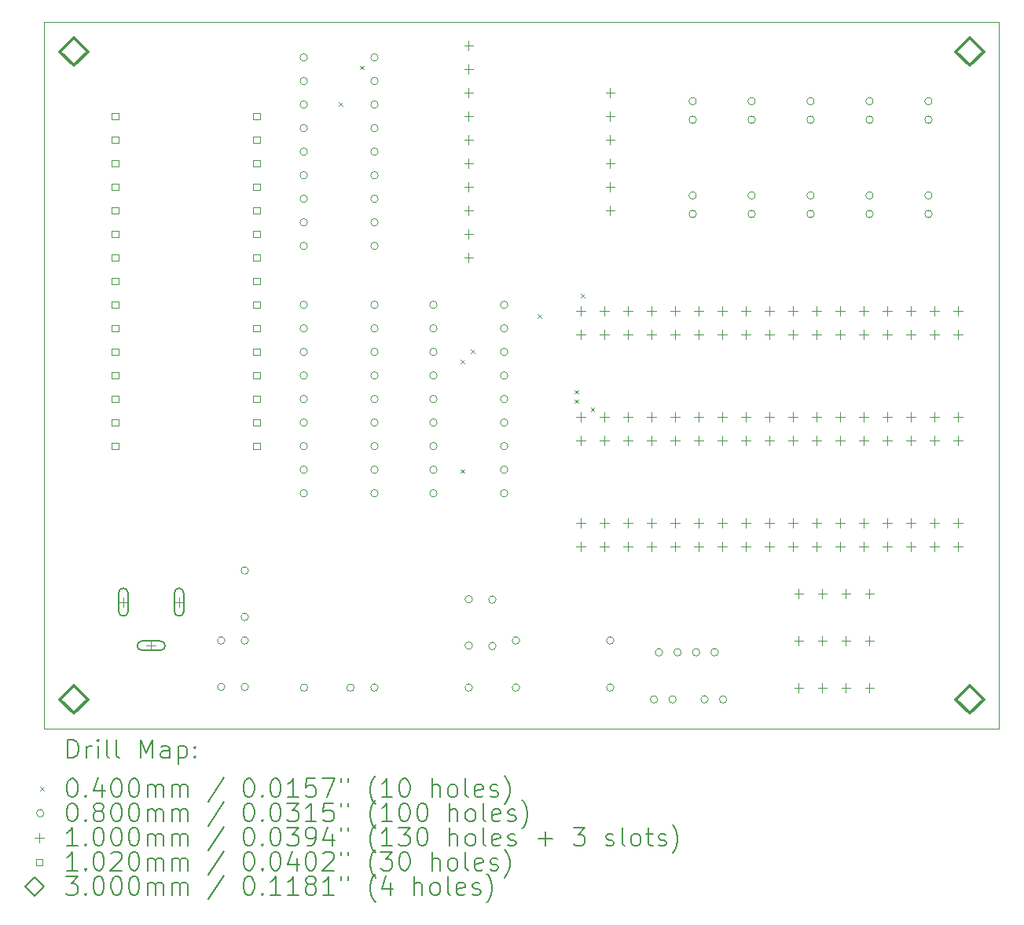
<source format=gbr>
%TF.GenerationSoftware,KiCad,Pcbnew,(6.0.7)*%
%TF.CreationDate,2023-04-09T01:21:22+09:00*%
%TF.ProjectId,EleMagDriver,456c654d-6167-4447-9269-7665722e6b69,rev?*%
%TF.SameCoordinates,Original*%
%TF.FileFunction,Drillmap*%
%TF.FilePolarity,Positive*%
%FSLAX45Y45*%
G04 Gerber Fmt 4.5, Leading zero omitted, Abs format (unit mm)*
G04 Created by KiCad (PCBNEW (6.0.7)) date 2023-04-09 01:21:22*
%MOMM*%
%LPD*%
G01*
G04 APERTURE LIST*
%ADD10C,0.100000*%
%ADD11C,0.200000*%
%ADD12C,0.040000*%
%ADD13C,0.080000*%
%ADD14C,0.102000*%
%ADD15C,0.300000*%
G04 APERTURE END LIST*
D10*
X10160000Y-5080000D02*
X20447000Y-5080000D01*
X20447000Y-5080000D02*
X20447000Y-12700000D01*
X20447000Y-12700000D02*
X10160000Y-12700000D01*
X10160000Y-12700000D02*
X10160000Y-5080000D01*
D11*
D12*
X13331240Y-5942200D02*
X13371240Y-5982200D01*
X13371240Y-5942200D02*
X13331240Y-5982200D01*
X13563660Y-5550440D02*
X13603660Y-5590440D01*
X13603660Y-5550440D02*
X13563660Y-5590440D01*
X14641930Y-8719660D02*
X14681930Y-8759660D01*
X14681930Y-8719660D02*
X14641930Y-8759660D01*
X14643340Y-9901480D02*
X14683340Y-9941480D01*
X14683340Y-9901480D02*
X14643340Y-9941480D01*
X14757790Y-8612300D02*
X14797790Y-8652300D01*
X14797790Y-8612300D02*
X14757790Y-8652300D01*
X15476970Y-8226690D02*
X15516970Y-8266690D01*
X15516970Y-8226690D02*
X15476970Y-8266690D01*
X15874120Y-9046700D02*
X15914120Y-9086700D01*
X15914120Y-9046700D02*
X15874120Y-9086700D01*
X15875110Y-9148290D02*
X15915110Y-9188290D01*
X15915110Y-9148290D02*
X15875110Y-9188290D01*
X15938590Y-8011910D02*
X15978590Y-8051910D01*
X15978590Y-8011910D02*
X15938590Y-8051910D01*
X16046980Y-9234030D02*
X16086980Y-9274030D01*
X16086980Y-9234030D02*
X16046980Y-9274030D01*
D13*
X12105000Y-11747500D02*
G75*
G03*
X12105000Y-11747500I-40000J0D01*
G01*
X12105000Y-12247500D02*
G75*
G03*
X12105000Y-12247500I-40000J0D01*
G01*
X12359000Y-10993500D02*
G75*
G03*
X12359000Y-10993500I-40000J0D01*
G01*
X12359000Y-11493500D02*
G75*
G03*
X12359000Y-11493500I-40000J0D01*
G01*
X12359000Y-11747500D02*
G75*
G03*
X12359000Y-11747500I-40000J0D01*
G01*
X12359000Y-12247500D02*
G75*
G03*
X12359000Y-12247500I-40000J0D01*
G01*
X12995000Y-5462000D02*
G75*
G03*
X12995000Y-5462000I-40000J0D01*
G01*
X12995000Y-5716000D02*
G75*
G03*
X12995000Y-5716000I-40000J0D01*
G01*
X12995000Y-5970000D02*
G75*
G03*
X12995000Y-5970000I-40000J0D01*
G01*
X12995000Y-6224000D02*
G75*
G03*
X12995000Y-6224000I-40000J0D01*
G01*
X12995000Y-6478000D02*
G75*
G03*
X12995000Y-6478000I-40000J0D01*
G01*
X12995000Y-6732000D02*
G75*
G03*
X12995000Y-6732000I-40000J0D01*
G01*
X12995000Y-6986000D02*
G75*
G03*
X12995000Y-6986000I-40000J0D01*
G01*
X12995000Y-7240000D02*
G75*
G03*
X12995000Y-7240000I-40000J0D01*
G01*
X12995000Y-7494000D02*
G75*
G03*
X12995000Y-7494000I-40000J0D01*
G01*
X12995000Y-8129000D02*
G75*
G03*
X12995000Y-8129000I-40000J0D01*
G01*
X12995000Y-8383000D02*
G75*
G03*
X12995000Y-8383000I-40000J0D01*
G01*
X12995000Y-8637000D02*
G75*
G03*
X12995000Y-8637000I-40000J0D01*
G01*
X12995000Y-8891000D02*
G75*
G03*
X12995000Y-8891000I-40000J0D01*
G01*
X12995000Y-9145000D02*
G75*
G03*
X12995000Y-9145000I-40000J0D01*
G01*
X12995000Y-9399000D02*
G75*
G03*
X12995000Y-9399000I-40000J0D01*
G01*
X12995000Y-9653000D02*
G75*
G03*
X12995000Y-9653000I-40000J0D01*
G01*
X12995000Y-9907000D02*
G75*
G03*
X12995000Y-9907000I-40000J0D01*
G01*
X12995000Y-10161000D02*
G75*
G03*
X12995000Y-10161000I-40000J0D01*
G01*
X12998000Y-12255500D02*
G75*
G03*
X12998000Y-12255500I-40000J0D01*
G01*
X13498000Y-12255500D02*
G75*
G03*
X13498000Y-12255500I-40000J0D01*
G01*
X13756000Y-12255500D02*
G75*
G03*
X13756000Y-12255500I-40000J0D01*
G01*
X13757000Y-5462000D02*
G75*
G03*
X13757000Y-5462000I-40000J0D01*
G01*
X13757000Y-5716000D02*
G75*
G03*
X13757000Y-5716000I-40000J0D01*
G01*
X13757000Y-5970000D02*
G75*
G03*
X13757000Y-5970000I-40000J0D01*
G01*
X13757000Y-6224000D02*
G75*
G03*
X13757000Y-6224000I-40000J0D01*
G01*
X13757000Y-6478000D02*
G75*
G03*
X13757000Y-6478000I-40000J0D01*
G01*
X13757000Y-6732000D02*
G75*
G03*
X13757000Y-6732000I-40000J0D01*
G01*
X13757000Y-6986000D02*
G75*
G03*
X13757000Y-6986000I-40000J0D01*
G01*
X13757000Y-7240000D02*
G75*
G03*
X13757000Y-7240000I-40000J0D01*
G01*
X13757000Y-7494000D02*
G75*
G03*
X13757000Y-7494000I-40000J0D01*
G01*
X13757000Y-8129000D02*
G75*
G03*
X13757000Y-8129000I-40000J0D01*
G01*
X13757000Y-8383000D02*
G75*
G03*
X13757000Y-8383000I-40000J0D01*
G01*
X13757000Y-8637000D02*
G75*
G03*
X13757000Y-8637000I-40000J0D01*
G01*
X13757000Y-8891000D02*
G75*
G03*
X13757000Y-8891000I-40000J0D01*
G01*
X13757000Y-9145000D02*
G75*
G03*
X13757000Y-9145000I-40000J0D01*
G01*
X13757000Y-9399000D02*
G75*
G03*
X13757000Y-9399000I-40000J0D01*
G01*
X13757000Y-9653000D02*
G75*
G03*
X13757000Y-9653000I-40000J0D01*
G01*
X13757000Y-9907000D02*
G75*
G03*
X13757000Y-9907000I-40000J0D01*
G01*
X13757000Y-10161000D02*
G75*
G03*
X13757000Y-10161000I-40000J0D01*
G01*
X14392000Y-8129000D02*
G75*
G03*
X14392000Y-8129000I-40000J0D01*
G01*
X14392000Y-8383000D02*
G75*
G03*
X14392000Y-8383000I-40000J0D01*
G01*
X14392000Y-8637000D02*
G75*
G03*
X14392000Y-8637000I-40000J0D01*
G01*
X14392000Y-8891000D02*
G75*
G03*
X14392000Y-8891000I-40000J0D01*
G01*
X14392000Y-9145000D02*
G75*
G03*
X14392000Y-9145000I-40000J0D01*
G01*
X14392000Y-9399000D02*
G75*
G03*
X14392000Y-9399000I-40000J0D01*
G01*
X14392000Y-9653000D02*
G75*
G03*
X14392000Y-9653000I-40000J0D01*
G01*
X14392000Y-9907000D02*
G75*
G03*
X14392000Y-9907000I-40000J0D01*
G01*
X14392000Y-10161000D02*
G75*
G03*
X14392000Y-10161000I-40000J0D01*
G01*
X14772000Y-11303000D02*
G75*
G03*
X14772000Y-11303000I-40000J0D01*
G01*
X14772000Y-11803000D02*
G75*
G03*
X14772000Y-11803000I-40000J0D01*
G01*
X14772000Y-12255500D02*
G75*
G03*
X14772000Y-12255500I-40000J0D01*
G01*
X15026000Y-11307000D02*
G75*
G03*
X15026000Y-11307000I-40000J0D01*
G01*
X15026000Y-11807000D02*
G75*
G03*
X15026000Y-11807000I-40000J0D01*
G01*
X15154000Y-8129000D02*
G75*
G03*
X15154000Y-8129000I-40000J0D01*
G01*
X15154000Y-8383000D02*
G75*
G03*
X15154000Y-8383000I-40000J0D01*
G01*
X15154000Y-8637000D02*
G75*
G03*
X15154000Y-8637000I-40000J0D01*
G01*
X15154000Y-8891000D02*
G75*
G03*
X15154000Y-8891000I-40000J0D01*
G01*
X15154000Y-9145000D02*
G75*
G03*
X15154000Y-9145000I-40000J0D01*
G01*
X15154000Y-9399000D02*
G75*
G03*
X15154000Y-9399000I-40000J0D01*
G01*
X15154000Y-9653000D02*
G75*
G03*
X15154000Y-9653000I-40000J0D01*
G01*
X15154000Y-9907000D02*
G75*
G03*
X15154000Y-9907000I-40000J0D01*
G01*
X15154000Y-10161000D02*
G75*
G03*
X15154000Y-10161000I-40000J0D01*
G01*
X15280000Y-11747500D02*
G75*
G03*
X15280000Y-11747500I-40000J0D01*
G01*
X15280000Y-12255500D02*
G75*
G03*
X15280000Y-12255500I-40000J0D01*
G01*
X16296000Y-11747500D02*
G75*
G03*
X16296000Y-11747500I-40000J0D01*
G01*
X16296000Y-12255500D02*
G75*
G03*
X16296000Y-12255500I-40000J0D01*
G01*
X16767500Y-12382500D02*
G75*
G03*
X16767500Y-12382500I-40000J0D01*
G01*
X16821500Y-11874500D02*
G75*
G03*
X16821500Y-11874500I-40000J0D01*
G01*
X16967500Y-12382500D02*
G75*
G03*
X16967500Y-12382500I-40000J0D01*
G01*
X17021500Y-11874500D02*
G75*
G03*
X17021500Y-11874500I-40000J0D01*
G01*
X17185000Y-5932500D02*
G75*
G03*
X17185000Y-5932500I-40000J0D01*
G01*
X17185000Y-6132500D02*
G75*
G03*
X17185000Y-6132500I-40000J0D01*
G01*
X17185000Y-6948500D02*
G75*
G03*
X17185000Y-6948500I-40000J0D01*
G01*
X17185000Y-7148500D02*
G75*
G03*
X17185000Y-7148500I-40000J0D01*
G01*
X17221500Y-11874500D02*
G75*
G03*
X17221500Y-11874500I-40000J0D01*
G01*
X17312000Y-12382500D02*
G75*
G03*
X17312000Y-12382500I-40000J0D01*
G01*
X17421500Y-11874500D02*
G75*
G03*
X17421500Y-11874500I-40000J0D01*
G01*
X17512000Y-12382500D02*
G75*
G03*
X17512000Y-12382500I-40000J0D01*
G01*
X17820000Y-5932500D02*
G75*
G03*
X17820000Y-5932500I-40000J0D01*
G01*
X17820000Y-6132500D02*
G75*
G03*
X17820000Y-6132500I-40000J0D01*
G01*
X17820000Y-6948500D02*
G75*
G03*
X17820000Y-6948500I-40000J0D01*
G01*
X17820000Y-7148500D02*
G75*
G03*
X17820000Y-7148500I-40000J0D01*
G01*
X18455000Y-5932500D02*
G75*
G03*
X18455000Y-5932500I-40000J0D01*
G01*
X18455000Y-6132500D02*
G75*
G03*
X18455000Y-6132500I-40000J0D01*
G01*
X18455000Y-6948500D02*
G75*
G03*
X18455000Y-6948500I-40000J0D01*
G01*
X18455000Y-7148500D02*
G75*
G03*
X18455000Y-7148500I-40000J0D01*
G01*
X19090000Y-5932500D02*
G75*
G03*
X19090000Y-5932500I-40000J0D01*
G01*
X19090000Y-6132500D02*
G75*
G03*
X19090000Y-6132500I-40000J0D01*
G01*
X19090000Y-6948500D02*
G75*
G03*
X19090000Y-6948500I-40000J0D01*
G01*
X19090000Y-7148500D02*
G75*
G03*
X19090000Y-7148500I-40000J0D01*
G01*
X19725000Y-5932500D02*
G75*
G03*
X19725000Y-5932500I-40000J0D01*
G01*
X19725000Y-6132500D02*
G75*
G03*
X19725000Y-6132500I-40000J0D01*
G01*
X19725000Y-6948500D02*
G75*
G03*
X19725000Y-6948500I-40000J0D01*
G01*
X19725000Y-7148500D02*
G75*
G03*
X19725000Y-7148500I-40000J0D01*
G01*
D10*
X11010900Y-11284250D02*
X11010900Y-11384250D01*
X10960900Y-11334250D02*
X11060900Y-11334250D01*
D11*
X10960900Y-11234250D02*
X10960900Y-11434250D01*
X11060900Y-11234250D02*
X11060900Y-11434250D01*
X10960900Y-11434250D02*
G75*
G03*
X11060900Y-11434250I50000J0D01*
G01*
X11060900Y-11234250D02*
G75*
G03*
X10960900Y-11234250I-50000J0D01*
G01*
D10*
X11310900Y-11754250D02*
X11310900Y-11854250D01*
X11260900Y-11804250D02*
X11360900Y-11804250D01*
D11*
X11210900Y-11854250D02*
X11410900Y-11854250D01*
X11210900Y-11754250D02*
X11410900Y-11754250D01*
X11410900Y-11854250D02*
G75*
G03*
X11410900Y-11754250I0J50000D01*
G01*
X11210900Y-11754250D02*
G75*
G03*
X11210900Y-11854250I0J-50000D01*
G01*
D10*
X11610900Y-11284250D02*
X11610900Y-11384250D01*
X11560900Y-11334250D02*
X11660900Y-11334250D01*
D11*
X11560900Y-11234250D02*
X11560900Y-11434250D01*
X11660900Y-11234250D02*
X11660900Y-11434250D01*
X11560900Y-11434250D02*
G75*
G03*
X11660900Y-11434250I50000J0D01*
G01*
X11660900Y-11234250D02*
G75*
G03*
X11560900Y-11234250I-50000J0D01*
G01*
D10*
X14732000Y-5284000D02*
X14732000Y-5384000D01*
X14682000Y-5334000D02*
X14782000Y-5334000D01*
X14732000Y-5538000D02*
X14732000Y-5638000D01*
X14682000Y-5588000D02*
X14782000Y-5588000D01*
X14732000Y-5792000D02*
X14732000Y-5892000D01*
X14682000Y-5842000D02*
X14782000Y-5842000D01*
X14732000Y-6046000D02*
X14732000Y-6146000D01*
X14682000Y-6096000D02*
X14782000Y-6096000D01*
X14732000Y-6300000D02*
X14732000Y-6400000D01*
X14682000Y-6350000D02*
X14782000Y-6350000D01*
X14732000Y-6554000D02*
X14732000Y-6654000D01*
X14682000Y-6604000D02*
X14782000Y-6604000D01*
X14732000Y-6808000D02*
X14732000Y-6908000D01*
X14682000Y-6858000D02*
X14782000Y-6858000D01*
X14732000Y-7062000D02*
X14732000Y-7162000D01*
X14682000Y-7112000D02*
X14782000Y-7112000D01*
X14732000Y-7316000D02*
X14732000Y-7416000D01*
X14682000Y-7366000D02*
X14782000Y-7366000D01*
X14732000Y-7570000D02*
X14732000Y-7670000D01*
X14682000Y-7620000D02*
X14782000Y-7620000D01*
X15938500Y-8141500D02*
X15938500Y-8241500D01*
X15888500Y-8191500D02*
X15988500Y-8191500D01*
X15938500Y-8395500D02*
X15938500Y-8495500D01*
X15888500Y-8445500D02*
X15988500Y-8445500D01*
X15938500Y-9284500D02*
X15938500Y-9384500D01*
X15888500Y-9334500D02*
X15988500Y-9334500D01*
X15938500Y-9538500D02*
X15938500Y-9638500D01*
X15888500Y-9588500D02*
X15988500Y-9588500D01*
X15938500Y-10427500D02*
X15938500Y-10527500D01*
X15888500Y-10477500D02*
X15988500Y-10477500D01*
X15938500Y-10681500D02*
X15938500Y-10781500D01*
X15888500Y-10731500D02*
X15988500Y-10731500D01*
X16192500Y-8141500D02*
X16192500Y-8241500D01*
X16142500Y-8191500D02*
X16242500Y-8191500D01*
X16192500Y-8395500D02*
X16192500Y-8495500D01*
X16142500Y-8445500D02*
X16242500Y-8445500D01*
X16192500Y-9284500D02*
X16192500Y-9384500D01*
X16142500Y-9334500D02*
X16242500Y-9334500D01*
X16192500Y-9538500D02*
X16192500Y-9638500D01*
X16142500Y-9588500D02*
X16242500Y-9588500D01*
X16192500Y-10427500D02*
X16192500Y-10527500D01*
X16142500Y-10477500D02*
X16242500Y-10477500D01*
X16192500Y-10681500D02*
X16192500Y-10781500D01*
X16142500Y-10731500D02*
X16242500Y-10731500D01*
X16256000Y-5791500D02*
X16256000Y-5891500D01*
X16206000Y-5841500D02*
X16306000Y-5841500D01*
X16256000Y-6045500D02*
X16256000Y-6145500D01*
X16206000Y-6095500D02*
X16306000Y-6095500D01*
X16256000Y-6299500D02*
X16256000Y-6399500D01*
X16206000Y-6349500D02*
X16306000Y-6349500D01*
X16256000Y-6553500D02*
X16256000Y-6653500D01*
X16206000Y-6603500D02*
X16306000Y-6603500D01*
X16256000Y-6807500D02*
X16256000Y-6907500D01*
X16206000Y-6857500D02*
X16306000Y-6857500D01*
X16256000Y-7061500D02*
X16256000Y-7161500D01*
X16206000Y-7111500D02*
X16306000Y-7111500D01*
X16446500Y-8141500D02*
X16446500Y-8241500D01*
X16396500Y-8191500D02*
X16496500Y-8191500D01*
X16446500Y-8395500D02*
X16446500Y-8495500D01*
X16396500Y-8445500D02*
X16496500Y-8445500D01*
X16446500Y-9284500D02*
X16446500Y-9384500D01*
X16396500Y-9334500D02*
X16496500Y-9334500D01*
X16446500Y-9538500D02*
X16446500Y-9638500D01*
X16396500Y-9588500D02*
X16496500Y-9588500D01*
X16446500Y-10427500D02*
X16446500Y-10527500D01*
X16396500Y-10477500D02*
X16496500Y-10477500D01*
X16446500Y-10681500D02*
X16446500Y-10781500D01*
X16396500Y-10731500D02*
X16496500Y-10731500D01*
X16700500Y-8141500D02*
X16700500Y-8241500D01*
X16650500Y-8191500D02*
X16750500Y-8191500D01*
X16700500Y-8395500D02*
X16700500Y-8495500D01*
X16650500Y-8445500D02*
X16750500Y-8445500D01*
X16700500Y-9284500D02*
X16700500Y-9384500D01*
X16650500Y-9334500D02*
X16750500Y-9334500D01*
X16700500Y-9538500D02*
X16700500Y-9638500D01*
X16650500Y-9588500D02*
X16750500Y-9588500D01*
X16700500Y-10427500D02*
X16700500Y-10527500D01*
X16650500Y-10477500D02*
X16750500Y-10477500D01*
X16700500Y-10681500D02*
X16700500Y-10781500D01*
X16650500Y-10731500D02*
X16750500Y-10731500D01*
X16954500Y-8141500D02*
X16954500Y-8241500D01*
X16904500Y-8191500D02*
X17004500Y-8191500D01*
X16954500Y-8395500D02*
X16954500Y-8495500D01*
X16904500Y-8445500D02*
X17004500Y-8445500D01*
X16954500Y-9284500D02*
X16954500Y-9384500D01*
X16904500Y-9334500D02*
X17004500Y-9334500D01*
X16954500Y-9538500D02*
X16954500Y-9638500D01*
X16904500Y-9588500D02*
X17004500Y-9588500D01*
X16954500Y-10427500D02*
X16954500Y-10527500D01*
X16904500Y-10477500D02*
X17004500Y-10477500D01*
X16954500Y-10681500D02*
X16954500Y-10781500D01*
X16904500Y-10731500D02*
X17004500Y-10731500D01*
X17208500Y-8141500D02*
X17208500Y-8241500D01*
X17158500Y-8191500D02*
X17258500Y-8191500D01*
X17208500Y-8395500D02*
X17208500Y-8495500D01*
X17158500Y-8445500D02*
X17258500Y-8445500D01*
X17208500Y-9284500D02*
X17208500Y-9384500D01*
X17158500Y-9334500D02*
X17258500Y-9334500D01*
X17208500Y-9538500D02*
X17208500Y-9638500D01*
X17158500Y-9588500D02*
X17258500Y-9588500D01*
X17208500Y-10427500D02*
X17208500Y-10527500D01*
X17158500Y-10477500D02*
X17258500Y-10477500D01*
X17208500Y-10681500D02*
X17208500Y-10781500D01*
X17158500Y-10731500D02*
X17258500Y-10731500D01*
X17462500Y-8141500D02*
X17462500Y-8241500D01*
X17412500Y-8191500D02*
X17512500Y-8191500D01*
X17462500Y-8395500D02*
X17462500Y-8495500D01*
X17412500Y-8445500D02*
X17512500Y-8445500D01*
X17462500Y-9284500D02*
X17462500Y-9384500D01*
X17412500Y-9334500D02*
X17512500Y-9334500D01*
X17462500Y-9538500D02*
X17462500Y-9638500D01*
X17412500Y-9588500D02*
X17512500Y-9588500D01*
X17462500Y-10427500D02*
X17462500Y-10527500D01*
X17412500Y-10477500D02*
X17512500Y-10477500D01*
X17462500Y-10681500D02*
X17462500Y-10781500D01*
X17412500Y-10731500D02*
X17512500Y-10731500D01*
X17716500Y-8141500D02*
X17716500Y-8241500D01*
X17666500Y-8191500D02*
X17766500Y-8191500D01*
X17716500Y-8395500D02*
X17716500Y-8495500D01*
X17666500Y-8445500D02*
X17766500Y-8445500D01*
X17716500Y-9284500D02*
X17716500Y-9384500D01*
X17666500Y-9334500D02*
X17766500Y-9334500D01*
X17716500Y-9538500D02*
X17716500Y-9638500D01*
X17666500Y-9588500D02*
X17766500Y-9588500D01*
X17716500Y-10427500D02*
X17716500Y-10527500D01*
X17666500Y-10477500D02*
X17766500Y-10477500D01*
X17716500Y-10681500D02*
X17716500Y-10781500D01*
X17666500Y-10731500D02*
X17766500Y-10731500D01*
X17970500Y-8141500D02*
X17970500Y-8241500D01*
X17920500Y-8191500D02*
X18020500Y-8191500D01*
X17970500Y-8395500D02*
X17970500Y-8495500D01*
X17920500Y-8445500D02*
X18020500Y-8445500D01*
X17970500Y-9284500D02*
X17970500Y-9384500D01*
X17920500Y-9334500D02*
X18020500Y-9334500D01*
X17970500Y-9538500D02*
X17970500Y-9638500D01*
X17920500Y-9588500D02*
X18020500Y-9588500D01*
X17970500Y-10427500D02*
X17970500Y-10527500D01*
X17920500Y-10477500D02*
X18020500Y-10477500D01*
X17970500Y-10681500D02*
X17970500Y-10781500D01*
X17920500Y-10731500D02*
X18020500Y-10731500D01*
X18224500Y-8141500D02*
X18224500Y-8241500D01*
X18174500Y-8191500D02*
X18274500Y-8191500D01*
X18224500Y-8395500D02*
X18224500Y-8495500D01*
X18174500Y-8445500D02*
X18274500Y-8445500D01*
X18224500Y-9284500D02*
X18224500Y-9384500D01*
X18174500Y-9334500D02*
X18274500Y-9334500D01*
X18224500Y-9538500D02*
X18224500Y-9638500D01*
X18174500Y-9588500D02*
X18274500Y-9588500D01*
X18224500Y-10427500D02*
X18224500Y-10527500D01*
X18174500Y-10477500D02*
X18274500Y-10477500D01*
X18224500Y-10681500D02*
X18224500Y-10781500D01*
X18174500Y-10731500D02*
X18274500Y-10731500D01*
X18288000Y-11189500D02*
X18288000Y-11289500D01*
X18238000Y-11239500D02*
X18338000Y-11239500D01*
X18288000Y-11697500D02*
X18288000Y-11797500D01*
X18238000Y-11747500D02*
X18338000Y-11747500D01*
X18288000Y-12205500D02*
X18288000Y-12305500D01*
X18238000Y-12255500D02*
X18338000Y-12255500D01*
X18478500Y-8141500D02*
X18478500Y-8241500D01*
X18428500Y-8191500D02*
X18528500Y-8191500D01*
X18478500Y-8395500D02*
X18478500Y-8495500D01*
X18428500Y-8445500D02*
X18528500Y-8445500D01*
X18478500Y-9284500D02*
X18478500Y-9384500D01*
X18428500Y-9334500D02*
X18528500Y-9334500D01*
X18478500Y-9538500D02*
X18478500Y-9638500D01*
X18428500Y-9588500D02*
X18528500Y-9588500D01*
X18478500Y-10427500D02*
X18478500Y-10527500D01*
X18428500Y-10477500D02*
X18528500Y-10477500D01*
X18478500Y-10681500D02*
X18478500Y-10781500D01*
X18428500Y-10731500D02*
X18528500Y-10731500D01*
X18542000Y-11189500D02*
X18542000Y-11289500D01*
X18492000Y-11239500D02*
X18592000Y-11239500D01*
X18542000Y-11697500D02*
X18542000Y-11797500D01*
X18492000Y-11747500D02*
X18592000Y-11747500D01*
X18542000Y-12205500D02*
X18542000Y-12305500D01*
X18492000Y-12255500D02*
X18592000Y-12255500D01*
X18732500Y-8141500D02*
X18732500Y-8241500D01*
X18682500Y-8191500D02*
X18782500Y-8191500D01*
X18732500Y-8395500D02*
X18732500Y-8495500D01*
X18682500Y-8445500D02*
X18782500Y-8445500D01*
X18732500Y-9284500D02*
X18732500Y-9384500D01*
X18682500Y-9334500D02*
X18782500Y-9334500D01*
X18732500Y-9538500D02*
X18732500Y-9638500D01*
X18682500Y-9588500D02*
X18782500Y-9588500D01*
X18732500Y-10427500D02*
X18732500Y-10527500D01*
X18682500Y-10477500D02*
X18782500Y-10477500D01*
X18732500Y-10681500D02*
X18732500Y-10781500D01*
X18682500Y-10731500D02*
X18782500Y-10731500D01*
X18796000Y-11189500D02*
X18796000Y-11289500D01*
X18746000Y-11239500D02*
X18846000Y-11239500D01*
X18796000Y-11697500D02*
X18796000Y-11797500D01*
X18746000Y-11747500D02*
X18846000Y-11747500D01*
X18796000Y-12205500D02*
X18796000Y-12305500D01*
X18746000Y-12255500D02*
X18846000Y-12255500D01*
X18986500Y-8141500D02*
X18986500Y-8241500D01*
X18936500Y-8191500D02*
X19036500Y-8191500D01*
X18986500Y-8395500D02*
X18986500Y-8495500D01*
X18936500Y-8445500D02*
X19036500Y-8445500D01*
X18986500Y-9284500D02*
X18986500Y-9384500D01*
X18936500Y-9334500D02*
X19036500Y-9334500D01*
X18986500Y-9538500D02*
X18986500Y-9638500D01*
X18936500Y-9588500D02*
X19036500Y-9588500D01*
X18986500Y-10427500D02*
X18986500Y-10527500D01*
X18936500Y-10477500D02*
X19036500Y-10477500D01*
X18986500Y-10681500D02*
X18986500Y-10781500D01*
X18936500Y-10731500D02*
X19036500Y-10731500D01*
X19050000Y-11189500D02*
X19050000Y-11289500D01*
X19000000Y-11239500D02*
X19100000Y-11239500D01*
X19050000Y-11697500D02*
X19050000Y-11797500D01*
X19000000Y-11747500D02*
X19100000Y-11747500D01*
X19050000Y-12205500D02*
X19050000Y-12305500D01*
X19000000Y-12255500D02*
X19100000Y-12255500D01*
X19240500Y-8141500D02*
X19240500Y-8241500D01*
X19190500Y-8191500D02*
X19290500Y-8191500D01*
X19240500Y-8395500D02*
X19240500Y-8495500D01*
X19190500Y-8445500D02*
X19290500Y-8445500D01*
X19240500Y-9284500D02*
X19240500Y-9384500D01*
X19190500Y-9334500D02*
X19290500Y-9334500D01*
X19240500Y-9538500D02*
X19240500Y-9638500D01*
X19190500Y-9588500D02*
X19290500Y-9588500D01*
X19240500Y-10427500D02*
X19240500Y-10527500D01*
X19190500Y-10477500D02*
X19290500Y-10477500D01*
X19240500Y-10681500D02*
X19240500Y-10781500D01*
X19190500Y-10731500D02*
X19290500Y-10731500D01*
X19494500Y-8141500D02*
X19494500Y-8241500D01*
X19444500Y-8191500D02*
X19544500Y-8191500D01*
X19494500Y-8395500D02*
X19494500Y-8495500D01*
X19444500Y-8445500D02*
X19544500Y-8445500D01*
X19494500Y-9284500D02*
X19494500Y-9384500D01*
X19444500Y-9334500D02*
X19544500Y-9334500D01*
X19494500Y-9538500D02*
X19494500Y-9638500D01*
X19444500Y-9588500D02*
X19544500Y-9588500D01*
X19494500Y-10427500D02*
X19494500Y-10527500D01*
X19444500Y-10477500D02*
X19544500Y-10477500D01*
X19494500Y-10681500D02*
X19494500Y-10781500D01*
X19444500Y-10731500D02*
X19544500Y-10731500D01*
X19748500Y-8141500D02*
X19748500Y-8241500D01*
X19698500Y-8191500D02*
X19798500Y-8191500D01*
X19748500Y-8395500D02*
X19748500Y-8495500D01*
X19698500Y-8445500D02*
X19798500Y-8445500D01*
X19748500Y-9284500D02*
X19748500Y-9384500D01*
X19698500Y-9334500D02*
X19798500Y-9334500D01*
X19748500Y-9538500D02*
X19748500Y-9638500D01*
X19698500Y-9588500D02*
X19798500Y-9588500D01*
X19748500Y-10427500D02*
X19748500Y-10527500D01*
X19698500Y-10477500D02*
X19798500Y-10477500D01*
X19748500Y-10681500D02*
X19748500Y-10781500D01*
X19698500Y-10731500D02*
X19798500Y-10731500D01*
X20002500Y-8141500D02*
X20002500Y-8241500D01*
X19952500Y-8191500D02*
X20052500Y-8191500D01*
X20002500Y-8395500D02*
X20002500Y-8495500D01*
X19952500Y-8445500D02*
X20052500Y-8445500D01*
X20002500Y-9284500D02*
X20002500Y-9384500D01*
X19952500Y-9334500D02*
X20052500Y-9334500D01*
X20002500Y-9538500D02*
X20002500Y-9638500D01*
X19952500Y-9588500D02*
X20052500Y-9588500D01*
X20002500Y-10427500D02*
X20002500Y-10527500D01*
X19952500Y-10477500D02*
X20052500Y-10477500D01*
X20002500Y-10681500D02*
X20002500Y-10781500D01*
X19952500Y-10731500D02*
X20052500Y-10731500D01*
D14*
X10958063Y-6132063D02*
X10958063Y-6059937D01*
X10885937Y-6059937D01*
X10885937Y-6132063D01*
X10958063Y-6132063D01*
X10958063Y-6386063D02*
X10958063Y-6313937D01*
X10885937Y-6313937D01*
X10885937Y-6386063D01*
X10958063Y-6386063D01*
X10958063Y-6640063D02*
X10958063Y-6567937D01*
X10885937Y-6567937D01*
X10885937Y-6640063D01*
X10958063Y-6640063D01*
X10958063Y-6894063D02*
X10958063Y-6821937D01*
X10885937Y-6821937D01*
X10885937Y-6894063D01*
X10958063Y-6894063D01*
X10958063Y-7148063D02*
X10958063Y-7075937D01*
X10885937Y-7075937D01*
X10885937Y-7148063D01*
X10958063Y-7148063D01*
X10958063Y-7402063D02*
X10958063Y-7329937D01*
X10885937Y-7329937D01*
X10885937Y-7402063D01*
X10958063Y-7402063D01*
X10958063Y-7656063D02*
X10958063Y-7583937D01*
X10885937Y-7583937D01*
X10885937Y-7656063D01*
X10958063Y-7656063D01*
X10958063Y-7910063D02*
X10958063Y-7837937D01*
X10885937Y-7837937D01*
X10885937Y-7910063D01*
X10958063Y-7910063D01*
X10958063Y-8164063D02*
X10958063Y-8091937D01*
X10885937Y-8091937D01*
X10885937Y-8164063D01*
X10958063Y-8164063D01*
X10958063Y-8418063D02*
X10958063Y-8345937D01*
X10885937Y-8345937D01*
X10885937Y-8418063D01*
X10958063Y-8418063D01*
X10958063Y-8672063D02*
X10958063Y-8599937D01*
X10885937Y-8599937D01*
X10885937Y-8672063D01*
X10958063Y-8672063D01*
X10958063Y-8926063D02*
X10958063Y-8853937D01*
X10885937Y-8853937D01*
X10885937Y-8926063D01*
X10958063Y-8926063D01*
X10958063Y-9180063D02*
X10958063Y-9107937D01*
X10885937Y-9107937D01*
X10885937Y-9180063D01*
X10958063Y-9180063D01*
X10958063Y-9434063D02*
X10958063Y-9361937D01*
X10885937Y-9361937D01*
X10885937Y-9434063D01*
X10958063Y-9434063D01*
X10958063Y-9688063D02*
X10958063Y-9615937D01*
X10885937Y-9615937D01*
X10885937Y-9688063D01*
X10958063Y-9688063D01*
X12482063Y-6132063D02*
X12482063Y-6059937D01*
X12409937Y-6059937D01*
X12409937Y-6132063D01*
X12482063Y-6132063D01*
X12482063Y-6386063D02*
X12482063Y-6313937D01*
X12409937Y-6313937D01*
X12409937Y-6386063D01*
X12482063Y-6386063D01*
X12482063Y-6640063D02*
X12482063Y-6567937D01*
X12409937Y-6567937D01*
X12409937Y-6640063D01*
X12482063Y-6640063D01*
X12482063Y-6894063D02*
X12482063Y-6821937D01*
X12409937Y-6821937D01*
X12409937Y-6894063D01*
X12482063Y-6894063D01*
X12482063Y-7148063D02*
X12482063Y-7075937D01*
X12409937Y-7075937D01*
X12409937Y-7148063D01*
X12482063Y-7148063D01*
X12482063Y-7402063D02*
X12482063Y-7329937D01*
X12409937Y-7329937D01*
X12409937Y-7402063D01*
X12482063Y-7402063D01*
X12482063Y-7656063D02*
X12482063Y-7583937D01*
X12409937Y-7583937D01*
X12409937Y-7656063D01*
X12482063Y-7656063D01*
X12482063Y-7910063D02*
X12482063Y-7837937D01*
X12409937Y-7837937D01*
X12409937Y-7910063D01*
X12482063Y-7910063D01*
X12482063Y-8164063D02*
X12482063Y-8091937D01*
X12409937Y-8091937D01*
X12409937Y-8164063D01*
X12482063Y-8164063D01*
X12482063Y-8418063D02*
X12482063Y-8345937D01*
X12409937Y-8345937D01*
X12409937Y-8418063D01*
X12482063Y-8418063D01*
X12482063Y-8672063D02*
X12482063Y-8599937D01*
X12409937Y-8599937D01*
X12409937Y-8672063D01*
X12482063Y-8672063D01*
X12482063Y-8926063D02*
X12482063Y-8853937D01*
X12409937Y-8853937D01*
X12409937Y-8926063D01*
X12482063Y-8926063D01*
X12482063Y-9180063D02*
X12482063Y-9107937D01*
X12409937Y-9107937D01*
X12409937Y-9180063D01*
X12482063Y-9180063D01*
X12482063Y-9434063D02*
X12482063Y-9361937D01*
X12409937Y-9361937D01*
X12409937Y-9434063D01*
X12482063Y-9434063D01*
X12482063Y-9688063D02*
X12482063Y-9615937D01*
X12409937Y-9615937D01*
X12409937Y-9688063D01*
X12482063Y-9688063D01*
D15*
X10477500Y-5547500D02*
X10627500Y-5397500D01*
X10477500Y-5247500D01*
X10327500Y-5397500D01*
X10477500Y-5547500D01*
X10477500Y-12532500D02*
X10627500Y-12382500D01*
X10477500Y-12232500D01*
X10327500Y-12382500D01*
X10477500Y-12532500D01*
X20129500Y-5547500D02*
X20279500Y-5397500D01*
X20129500Y-5247500D01*
X19979500Y-5397500D01*
X20129500Y-5547500D01*
X20129500Y-12532500D02*
X20279500Y-12382500D01*
X20129500Y-12232500D01*
X19979500Y-12382500D01*
X20129500Y-12532500D01*
D11*
X10412619Y-13015476D02*
X10412619Y-12815476D01*
X10460238Y-12815476D01*
X10488810Y-12825000D01*
X10507857Y-12844048D01*
X10517381Y-12863095D01*
X10526905Y-12901190D01*
X10526905Y-12929762D01*
X10517381Y-12967857D01*
X10507857Y-12986905D01*
X10488810Y-13005952D01*
X10460238Y-13015476D01*
X10412619Y-13015476D01*
X10612619Y-13015476D02*
X10612619Y-12882143D01*
X10612619Y-12920238D02*
X10622143Y-12901190D01*
X10631667Y-12891667D01*
X10650714Y-12882143D01*
X10669762Y-12882143D01*
X10736429Y-13015476D02*
X10736429Y-12882143D01*
X10736429Y-12815476D02*
X10726905Y-12825000D01*
X10736429Y-12834524D01*
X10745952Y-12825000D01*
X10736429Y-12815476D01*
X10736429Y-12834524D01*
X10860238Y-13015476D02*
X10841190Y-13005952D01*
X10831667Y-12986905D01*
X10831667Y-12815476D01*
X10965000Y-13015476D02*
X10945952Y-13005952D01*
X10936429Y-12986905D01*
X10936429Y-12815476D01*
X11193571Y-13015476D02*
X11193571Y-12815476D01*
X11260238Y-12958333D01*
X11326905Y-12815476D01*
X11326905Y-13015476D01*
X11507857Y-13015476D02*
X11507857Y-12910714D01*
X11498333Y-12891667D01*
X11479286Y-12882143D01*
X11441190Y-12882143D01*
X11422143Y-12891667D01*
X11507857Y-13005952D02*
X11488809Y-13015476D01*
X11441190Y-13015476D01*
X11422143Y-13005952D01*
X11412619Y-12986905D01*
X11412619Y-12967857D01*
X11422143Y-12948809D01*
X11441190Y-12939286D01*
X11488809Y-12939286D01*
X11507857Y-12929762D01*
X11603095Y-12882143D02*
X11603095Y-13082143D01*
X11603095Y-12891667D02*
X11622143Y-12882143D01*
X11660238Y-12882143D01*
X11679286Y-12891667D01*
X11688809Y-12901190D01*
X11698333Y-12920238D01*
X11698333Y-12977381D01*
X11688809Y-12996428D01*
X11679286Y-13005952D01*
X11660238Y-13015476D01*
X11622143Y-13015476D01*
X11603095Y-13005952D01*
X11784048Y-12996428D02*
X11793571Y-13005952D01*
X11784048Y-13015476D01*
X11774524Y-13005952D01*
X11784048Y-12996428D01*
X11784048Y-13015476D01*
X11784048Y-12891667D02*
X11793571Y-12901190D01*
X11784048Y-12910714D01*
X11774524Y-12901190D01*
X11784048Y-12891667D01*
X11784048Y-12910714D01*
D12*
X10115000Y-13325000D02*
X10155000Y-13365000D01*
X10155000Y-13325000D02*
X10115000Y-13365000D01*
D11*
X10450714Y-13235476D02*
X10469762Y-13235476D01*
X10488810Y-13245000D01*
X10498333Y-13254524D01*
X10507857Y-13273571D01*
X10517381Y-13311667D01*
X10517381Y-13359286D01*
X10507857Y-13397381D01*
X10498333Y-13416428D01*
X10488810Y-13425952D01*
X10469762Y-13435476D01*
X10450714Y-13435476D01*
X10431667Y-13425952D01*
X10422143Y-13416428D01*
X10412619Y-13397381D01*
X10403095Y-13359286D01*
X10403095Y-13311667D01*
X10412619Y-13273571D01*
X10422143Y-13254524D01*
X10431667Y-13245000D01*
X10450714Y-13235476D01*
X10603095Y-13416428D02*
X10612619Y-13425952D01*
X10603095Y-13435476D01*
X10593571Y-13425952D01*
X10603095Y-13416428D01*
X10603095Y-13435476D01*
X10784048Y-13302143D02*
X10784048Y-13435476D01*
X10736429Y-13225952D02*
X10688810Y-13368809D01*
X10812619Y-13368809D01*
X10926905Y-13235476D02*
X10945952Y-13235476D01*
X10965000Y-13245000D01*
X10974524Y-13254524D01*
X10984048Y-13273571D01*
X10993571Y-13311667D01*
X10993571Y-13359286D01*
X10984048Y-13397381D01*
X10974524Y-13416428D01*
X10965000Y-13425952D01*
X10945952Y-13435476D01*
X10926905Y-13435476D01*
X10907857Y-13425952D01*
X10898333Y-13416428D01*
X10888810Y-13397381D01*
X10879286Y-13359286D01*
X10879286Y-13311667D01*
X10888810Y-13273571D01*
X10898333Y-13254524D01*
X10907857Y-13245000D01*
X10926905Y-13235476D01*
X11117381Y-13235476D02*
X11136429Y-13235476D01*
X11155476Y-13245000D01*
X11165000Y-13254524D01*
X11174524Y-13273571D01*
X11184048Y-13311667D01*
X11184048Y-13359286D01*
X11174524Y-13397381D01*
X11165000Y-13416428D01*
X11155476Y-13425952D01*
X11136429Y-13435476D01*
X11117381Y-13435476D01*
X11098333Y-13425952D01*
X11088810Y-13416428D01*
X11079286Y-13397381D01*
X11069762Y-13359286D01*
X11069762Y-13311667D01*
X11079286Y-13273571D01*
X11088810Y-13254524D01*
X11098333Y-13245000D01*
X11117381Y-13235476D01*
X11269762Y-13435476D02*
X11269762Y-13302143D01*
X11269762Y-13321190D02*
X11279286Y-13311667D01*
X11298333Y-13302143D01*
X11326905Y-13302143D01*
X11345952Y-13311667D01*
X11355476Y-13330714D01*
X11355476Y-13435476D01*
X11355476Y-13330714D02*
X11365000Y-13311667D01*
X11384048Y-13302143D01*
X11412619Y-13302143D01*
X11431667Y-13311667D01*
X11441190Y-13330714D01*
X11441190Y-13435476D01*
X11536428Y-13435476D02*
X11536428Y-13302143D01*
X11536428Y-13321190D02*
X11545952Y-13311667D01*
X11565000Y-13302143D01*
X11593571Y-13302143D01*
X11612619Y-13311667D01*
X11622143Y-13330714D01*
X11622143Y-13435476D01*
X11622143Y-13330714D02*
X11631667Y-13311667D01*
X11650714Y-13302143D01*
X11679286Y-13302143D01*
X11698333Y-13311667D01*
X11707857Y-13330714D01*
X11707857Y-13435476D01*
X12098333Y-13225952D02*
X11926905Y-13483095D01*
X12355476Y-13235476D02*
X12374524Y-13235476D01*
X12393571Y-13245000D01*
X12403095Y-13254524D01*
X12412619Y-13273571D01*
X12422143Y-13311667D01*
X12422143Y-13359286D01*
X12412619Y-13397381D01*
X12403095Y-13416428D01*
X12393571Y-13425952D01*
X12374524Y-13435476D01*
X12355476Y-13435476D01*
X12336428Y-13425952D01*
X12326905Y-13416428D01*
X12317381Y-13397381D01*
X12307857Y-13359286D01*
X12307857Y-13311667D01*
X12317381Y-13273571D01*
X12326905Y-13254524D01*
X12336428Y-13245000D01*
X12355476Y-13235476D01*
X12507857Y-13416428D02*
X12517381Y-13425952D01*
X12507857Y-13435476D01*
X12498333Y-13425952D01*
X12507857Y-13416428D01*
X12507857Y-13435476D01*
X12641190Y-13235476D02*
X12660238Y-13235476D01*
X12679286Y-13245000D01*
X12688809Y-13254524D01*
X12698333Y-13273571D01*
X12707857Y-13311667D01*
X12707857Y-13359286D01*
X12698333Y-13397381D01*
X12688809Y-13416428D01*
X12679286Y-13425952D01*
X12660238Y-13435476D01*
X12641190Y-13435476D01*
X12622143Y-13425952D01*
X12612619Y-13416428D01*
X12603095Y-13397381D01*
X12593571Y-13359286D01*
X12593571Y-13311667D01*
X12603095Y-13273571D01*
X12612619Y-13254524D01*
X12622143Y-13245000D01*
X12641190Y-13235476D01*
X12898333Y-13435476D02*
X12784048Y-13435476D01*
X12841190Y-13435476D02*
X12841190Y-13235476D01*
X12822143Y-13264048D01*
X12803095Y-13283095D01*
X12784048Y-13292619D01*
X13079286Y-13235476D02*
X12984048Y-13235476D01*
X12974524Y-13330714D01*
X12984048Y-13321190D01*
X13003095Y-13311667D01*
X13050714Y-13311667D01*
X13069762Y-13321190D01*
X13079286Y-13330714D01*
X13088809Y-13349762D01*
X13088809Y-13397381D01*
X13079286Y-13416428D01*
X13069762Y-13425952D01*
X13050714Y-13435476D01*
X13003095Y-13435476D01*
X12984048Y-13425952D01*
X12974524Y-13416428D01*
X13155476Y-13235476D02*
X13288809Y-13235476D01*
X13203095Y-13435476D01*
X13355476Y-13235476D02*
X13355476Y-13273571D01*
X13431667Y-13235476D02*
X13431667Y-13273571D01*
X13726905Y-13511667D02*
X13717381Y-13502143D01*
X13698333Y-13473571D01*
X13688809Y-13454524D01*
X13679286Y-13425952D01*
X13669762Y-13378333D01*
X13669762Y-13340238D01*
X13679286Y-13292619D01*
X13688809Y-13264048D01*
X13698333Y-13245000D01*
X13717381Y-13216428D01*
X13726905Y-13206905D01*
X13907857Y-13435476D02*
X13793571Y-13435476D01*
X13850714Y-13435476D02*
X13850714Y-13235476D01*
X13831667Y-13264048D01*
X13812619Y-13283095D01*
X13793571Y-13292619D01*
X14031667Y-13235476D02*
X14050714Y-13235476D01*
X14069762Y-13245000D01*
X14079286Y-13254524D01*
X14088809Y-13273571D01*
X14098333Y-13311667D01*
X14098333Y-13359286D01*
X14088809Y-13397381D01*
X14079286Y-13416428D01*
X14069762Y-13425952D01*
X14050714Y-13435476D01*
X14031667Y-13435476D01*
X14012619Y-13425952D01*
X14003095Y-13416428D01*
X13993571Y-13397381D01*
X13984048Y-13359286D01*
X13984048Y-13311667D01*
X13993571Y-13273571D01*
X14003095Y-13254524D01*
X14012619Y-13245000D01*
X14031667Y-13235476D01*
X14336428Y-13435476D02*
X14336428Y-13235476D01*
X14422143Y-13435476D02*
X14422143Y-13330714D01*
X14412619Y-13311667D01*
X14393571Y-13302143D01*
X14365000Y-13302143D01*
X14345952Y-13311667D01*
X14336428Y-13321190D01*
X14545952Y-13435476D02*
X14526905Y-13425952D01*
X14517381Y-13416428D01*
X14507857Y-13397381D01*
X14507857Y-13340238D01*
X14517381Y-13321190D01*
X14526905Y-13311667D01*
X14545952Y-13302143D01*
X14574524Y-13302143D01*
X14593571Y-13311667D01*
X14603095Y-13321190D01*
X14612619Y-13340238D01*
X14612619Y-13397381D01*
X14603095Y-13416428D01*
X14593571Y-13425952D01*
X14574524Y-13435476D01*
X14545952Y-13435476D01*
X14726905Y-13435476D02*
X14707857Y-13425952D01*
X14698333Y-13406905D01*
X14698333Y-13235476D01*
X14879286Y-13425952D02*
X14860238Y-13435476D01*
X14822143Y-13435476D01*
X14803095Y-13425952D01*
X14793571Y-13406905D01*
X14793571Y-13330714D01*
X14803095Y-13311667D01*
X14822143Y-13302143D01*
X14860238Y-13302143D01*
X14879286Y-13311667D01*
X14888809Y-13330714D01*
X14888809Y-13349762D01*
X14793571Y-13368809D01*
X14965000Y-13425952D02*
X14984048Y-13435476D01*
X15022143Y-13435476D01*
X15041190Y-13425952D01*
X15050714Y-13406905D01*
X15050714Y-13397381D01*
X15041190Y-13378333D01*
X15022143Y-13368809D01*
X14993571Y-13368809D01*
X14974524Y-13359286D01*
X14965000Y-13340238D01*
X14965000Y-13330714D01*
X14974524Y-13311667D01*
X14993571Y-13302143D01*
X15022143Y-13302143D01*
X15041190Y-13311667D01*
X15117381Y-13511667D02*
X15126905Y-13502143D01*
X15145952Y-13473571D01*
X15155476Y-13454524D01*
X15165000Y-13425952D01*
X15174524Y-13378333D01*
X15174524Y-13340238D01*
X15165000Y-13292619D01*
X15155476Y-13264048D01*
X15145952Y-13245000D01*
X15126905Y-13216428D01*
X15117381Y-13206905D01*
D13*
X10155000Y-13609000D02*
G75*
G03*
X10155000Y-13609000I-40000J0D01*
G01*
D11*
X10450714Y-13499476D02*
X10469762Y-13499476D01*
X10488810Y-13509000D01*
X10498333Y-13518524D01*
X10507857Y-13537571D01*
X10517381Y-13575667D01*
X10517381Y-13623286D01*
X10507857Y-13661381D01*
X10498333Y-13680428D01*
X10488810Y-13689952D01*
X10469762Y-13699476D01*
X10450714Y-13699476D01*
X10431667Y-13689952D01*
X10422143Y-13680428D01*
X10412619Y-13661381D01*
X10403095Y-13623286D01*
X10403095Y-13575667D01*
X10412619Y-13537571D01*
X10422143Y-13518524D01*
X10431667Y-13509000D01*
X10450714Y-13499476D01*
X10603095Y-13680428D02*
X10612619Y-13689952D01*
X10603095Y-13699476D01*
X10593571Y-13689952D01*
X10603095Y-13680428D01*
X10603095Y-13699476D01*
X10726905Y-13585190D02*
X10707857Y-13575667D01*
X10698333Y-13566143D01*
X10688810Y-13547095D01*
X10688810Y-13537571D01*
X10698333Y-13518524D01*
X10707857Y-13509000D01*
X10726905Y-13499476D01*
X10765000Y-13499476D01*
X10784048Y-13509000D01*
X10793571Y-13518524D01*
X10803095Y-13537571D01*
X10803095Y-13547095D01*
X10793571Y-13566143D01*
X10784048Y-13575667D01*
X10765000Y-13585190D01*
X10726905Y-13585190D01*
X10707857Y-13594714D01*
X10698333Y-13604238D01*
X10688810Y-13623286D01*
X10688810Y-13661381D01*
X10698333Y-13680428D01*
X10707857Y-13689952D01*
X10726905Y-13699476D01*
X10765000Y-13699476D01*
X10784048Y-13689952D01*
X10793571Y-13680428D01*
X10803095Y-13661381D01*
X10803095Y-13623286D01*
X10793571Y-13604238D01*
X10784048Y-13594714D01*
X10765000Y-13585190D01*
X10926905Y-13499476D02*
X10945952Y-13499476D01*
X10965000Y-13509000D01*
X10974524Y-13518524D01*
X10984048Y-13537571D01*
X10993571Y-13575667D01*
X10993571Y-13623286D01*
X10984048Y-13661381D01*
X10974524Y-13680428D01*
X10965000Y-13689952D01*
X10945952Y-13699476D01*
X10926905Y-13699476D01*
X10907857Y-13689952D01*
X10898333Y-13680428D01*
X10888810Y-13661381D01*
X10879286Y-13623286D01*
X10879286Y-13575667D01*
X10888810Y-13537571D01*
X10898333Y-13518524D01*
X10907857Y-13509000D01*
X10926905Y-13499476D01*
X11117381Y-13499476D02*
X11136429Y-13499476D01*
X11155476Y-13509000D01*
X11165000Y-13518524D01*
X11174524Y-13537571D01*
X11184048Y-13575667D01*
X11184048Y-13623286D01*
X11174524Y-13661381D01*
X11165000Y-13680428D01*
X11155476Y-13689952D01*
X11136429Y-13699476D01*
X11117381Y-13699476D01*
X11098333Y-13689952D01*
X11088810Y-13680428D01*
X11079286Y-13661381D01*
X11069762Y-13623286D01*
X11069762Y-13575667D01*
X11079286Y-13537571D01*
X11088810Y-13518524D01*
X11098333Y-13509000D01*
X11117381Y-13499476D01*
X11269762Y-13699476D02*
X11269762Y-13566143D01*
X11269762Y-13585190D02*
X11279286Y-13575667D01*
X11298333Y-13566143D01*
X11326905Y-13566143D01*
X11345952Y-13575667D01*
X11355476Y-13594714D01*
X11355476Y-13699476D01*
X11355476Y-13594714D02*
X11365000Y-13575667D01*
X11384048Y-13566143D01*
X11412619Y-13566143D01*
X11431667Y-13575667D01*
X11441190Y-13594714D01*
X11441190Y-13699476D01*
X11536428Y-13699476D02*
X11536428Y-13566143D01*
X11536428Y-13585190D02*
X11545952Y-13575667D01*
X11565000Y-13566143D01*
X11593571Y-13566143D01*
X11612619Y-13575667D01*
X11622143Y-13594714D01*
X11622143Y-13699476D01*
X11622143Y-13594714D02*
X11631667Y-13575667D01*
X11650714Y-13566143D01*
X11679286Y-13566143D01*
X11698333Y-13575667D01*
X11707857Y-13594714D01*
X11707857Y-13699476D01*
X12098333Y-13489952D02*
X11926905Y-13747095D01*
X12355476Y-13499476D02*
X12374524Y-13499476D01*
X12393571Y-13509000D01*
X12403095Y-13518524D01*
X12412619Y-13537571D01*
X12422143Y-13575667D01*
X12422143Y-13623286D01*
X12412619Y-13661381D01*
X12403095Y-13680428D01*
X12393571Y-13689952D01*
X12374524Y-13699476D01*
X12355476Y-13699476D01*
X12336428Y-13689952D01*
X12326905Y-13680428D01*
X12317381Y-13661381D01*
X12307857Y-13623286D01*
X12307857Y-13575667D01*
X12317381Y-13537571D01*
X12326905Y-13518524D01*
X12336428Y-13509000D01*
X12355476Y-13499476D01*
X12507857Y-13680428D02*
X12517381Y-13689952D01*
X12507857Y-13699476D01*
X12498333Y-13689952D01*
X12507857Y-13680428D01*
X12507857Y-13699476D01*
X12641190Y-13499476D02*
X12660238Y-13499476D01*
X12679286Y-13509000D01*
X12688809Y-13518524D01*
X12698333Y-13537571D01*
X12707857Y-13575667D01*
X12707857Y-13623286D01*
X12698333Y-13661381D01*
X12688809Y-13680428D01*
X12679286Y-13689952D01*
X12660238Y-13699476D01*
X12641190Y-13699476D01*
X12622143Y-13689952D01*
X12612619Y-13680428D01*
X12603095Y-13661381D01*
X12593571Y-13623286D01*
X12593571Y-13575667D01*
X12603095Y-13537571D01*
X12612619Y-13518524D01*
X12622143Y-13509000D01*
X12641190Y-13499476D01*
X12774524Y-13499476D02*
X12898333Y-13499476D01*
X12831667Y-13575667D01*
X12860238Y-13575667D01*
X12879286Y-13585190D01*
X12888809Y-13594714D01*
X12898333Y-13613762D01*
X12898333Y-13661381D01*
X12888809Y-13680428D01*
X12879286Y-13689952D01*
X12860238Y-13699476D01*
X12803095Y-13699476D01*
X12784048Y-13689952D01*
X12774524Y-13680428D01*
X13088809Y-13699476D02*
X12974524Y-13699476D01*
X13031667Y-13699476D02*
X13031667Y-13499476D01*
X13012619Y-13528048D01*
X12993571Y-13547095D01*
X12974524Y-13556619D01*
X13269762Y-13499476D02*
X13174524Y-13499476D01*
X13165000Y-13594714D01*
X13174524Y-13585190D01*
X13193571Y-13575667D01*
X13241190Y-13575667D01*
X13260238Y-13585190D01*
X13269762Y-13594714D01*
X13279286Y-13613762D01*
X13279286Y-13661381D01*
X13269762Y-13680428D01*
X13260238Y-13689952D01*
X13241190Y-13699476D01*
X13193571Y-13699476D01*
X13174524Y-13689952D01*
X13165000Y-13680428D01*
X13355476Y-13499476D02*
X13355476Y-13537571D01*
X13431667Y-13499476D02*
X13431667Y-13537571D01*
X13726905Y-13775667D02*
X13717381Y-13766143D01*
X13698333Y-13737571D01*
X13688809Y-13718524D01*
X13679286Y-13689952D01*
X13669762Y-13642333D01*
X13669762Y-13604238D01*
X13679286Y-13556619D01*
X13688809Y-13528048D01*
X13698333Y-13509000D01*
X13717381Y-13480428D01*
X13726905Y-13470905D01*
X13907857Y-13699476D02*
X13793571Y-13699476D01*
X13850714Y-13699476D02*
X13850714Y-13499476D01*
X13831667Y-13528048D01*
X13812619Y-13547095D01*
X13793571Y-13556619D01*
X14031667Y-13499476D02*
X14050714Y-13499476D01*
X14069762Y-13509000D01*
X14079286Y-13518524D01*
X14088809Y-13537571D01*
X14098333Y-13575667D01*
X14098333Y-13623286D01*
X14088809Y-13661381D01*
X14079286Y-13680428D01*
X14069762Y-13689952D01*
X14050714Y-13699476D01*
X14031667Y-13699476D01*
X14012619Y-13689952D01*
X14003095Y-13680428D01*
X13993571Y-13661381D01*
X13984048Y-13623286D01*
X13984048Y-13575667D01*
X13993571Y-13537571D01*
X14003095Y-13518524D01*
X14012619Y-13509000D01*
X14031667Y-13499476D01*
X14222143Y-13499476D02*
X14241190Y-13499476D01*
X14260238Y-13509000D01*
X14269762Y-13518524D01*
X14279286Y-13537571D01*
X14288809Y-13575667D01*
X14288809Y-13623286D01*
X14279286Y-13661381D01*
X14269762Y-13680428D01*
X14260238Y-13689952D01*
X14241190Y-13699476D01*
X14222143Y-13699476D01*
X14203095Y-13689952D01*
X14193571Y-13680428D01*
X14184048Y-13661381D01*
X14174524Y-13623286D01*
X14174524Y-13575667D01*
X14184048Y-13537571D01*
X14193571Y-13518524D01*
X14203095Y-13509000D01*
X14222143Y-13499476D01*
X14526905Y-13699476D02*
X14526905Y-13499476D01*
X14612619Y-13699476D02*
X14612619Y-13594714D01*
X14603095Y-13575667D01*
X14584048Y-13566143D01*
X14555476Y-13566143D01*
X14536428Y-13575667D01*
X14526905Y-13585190D01*
X14736428Y-13699476D02*
X14717381Y-13689952D01*
X14707857Y-13680428D01*
X14698333Y-13661381D01*
X14698333Y-13604238D01*
X14707857Y-13585190D01*
X14717381Y-13575667D01*
X14736428Y-13566143D01*
X14765000Y-13566143D01*
X14784048Y-13575667D01*
X14793571Y-13585190D01*
X14803095Y-13604238D01*
X14803095Y-13661381D01*
X14793571Y-13680428D01*
X14784048Y-13689952D01*
X14765000Y-13699476D01*
X14736428Y-13699476D01*
X14917381Y-13699476D02*
X14898333Y-13689952D01*
X14888809Y-13670905D01*
X14888809Y-13499476D01*
X15069762Y-13689952D02*
X15050714Y-13699476D01*
X15012619Y-13699476D01*
X14993571Y-13689952D01*
X14984048Y-13670905D01*
X14984048Y-13594714D01*
X14993571Y-13575667D01*
X15012619Y-13566143D01*
X15050714Y-13566143D01*
X15069762Y-13575667D01*
X15079286Y-13594714D01*
X15079286Y-13613762D01*
X14984048Y-13632809D01*
X15155476Y-13689952D02*
X15174524Y-13699476D01*
X15212619Y-13699476D01*
X15231667Y-13689952D01*
X15241190Y-13670905D01*
X15241190Y-13661381D01*
X15231667Y-13642333D01*
X15212619Y-13632809D01*
X15184048Y-13632809D01*
X15165000Y-13623286D01*
X15155476Y-13604238D01*
X15155476Y-13594714D01*
X15165000Y-13575667D01*
X15184048Y-13566143D01*
X15212619Y-13566143D01*
X15231667Y-13575667D01*
X15307857Y-13775667D02*
X15317381Y-13766143D01*
X15336428Y-13737571D01*
X15345952Y-13718524D01*
X15355476Y-13689952D01*
X15365000Y-13642333D01*
X15365000Y-13604238D01*
X15355476Y-13556619D01*
X15345952Y-13528048D01*
X15336428Y-13509000D01*
X15317381Y-13480428D01*
X15307857Y-13470905D01*
D10*
X10105000Y-13823000D02*
X10105000Y-13923000D01*
X10055000Y-13873000D02*
X10155000Y-13873000D01*
D11*
X10517381Y-13963476D02*
X10403095Y-13963476D01*
X10460238Y-13963476D02*
X10460238Y-13763476D01*
X10441190Y-13792048D01*
X10422143Y-13811095D01*
X10403095Y-13820619D01*
X10603095Y-13944428D02*
X10612619Y-13953952D01*
X10603095Y-13963476D01*
X10593571Y-13953952D01*
X10603095Y-13944428D01*
X10603095Y-13963476D01*
X10736429Y-13763476D02*
X10755476Y-13763476D01*
X10774524Y-13773000D01*
X10784048Y-13782524D01*
X10793571Y-13801571D01*
X10803095Y-13839667D01*
X10803095Y-13887286D01*
X10793571Y-13925381D01*
X10784048Y-13944428D01*
X10774524Y-13953952D01*
X10755476Y-13963476D01*
X10736429Y-13963476D01*
X10717381Y-13953952D01*
X10707857Y-13944428D01*
X10698333Y-13925381D01*
X10688810Y-13887286D01*
X10688810Y-13839667D01*
X10698333Y-13801571D01*
X10707857Y-13782524D01*
X10717381Y-13773000D01*
X10736429Y-13763476D01*
X10926905Y-13763476D02*
X10945952Y-13763476D01*
X10965000Y-13773000D01*
X10974524Y-13782524D01*
X10984048Y-13801571D01*
X10993571Y-13839667D01*
X10993571Y-13887286D01*
X10984048Y-13925381D01*
X10974524Y-13944428D01*
X10965000Y-13953952D01*
X10945952Y-13963476D01*
X10926905Y-13963476D01*
X10907857Y-13953952D01*
X10898333Y-13944428D01*
X10888810Y-13925381D01*
X10879286Y-13887286D01*
X10879286Y-13839667D01*
X10888810Y-13801571D01*
X10898333Y-13782524D01*
X10907857Y-13773000D01*
X10926905Y-13763476D01*
X11117381Y-13763476D02*
X11136429Y-13763476D01*
X11155476Y-13773000D01*
X11165000Y-13782524D01*
X11174524Y-13801571D01*
X11184048Y-13839667D01*
X11184048Y-13887286D01*
X11174524Y-13925381D01*
X11165000Y-13944428D01*
X11155476Y-13953952D01*
X11136429Y-13963476D01*
X11117381Y-13963476D01*
X11098333Y-13953952D01*
X11088810Y-13944428D01*
X11079286Y-13925381D01*
X11069762Y-13887286D01*
X11069762Y-13839667D01*
X11079286Y-13801571D01*
X11088810Y-13782524D01*
X11098333Y-13773000D01*
X11117381Y-13763476D01*
X11269762Y-13963476D02*
X11269762Y-13830143D01*
X11269762Y-13849190D02*
X11279286Y-13839667D01*
X11298333Y-13830143D01*
X11326905Y-13830143D01*
X11345952Y-13839667D01*
X11355476Y-13858714D01*
X11355476Y-13963476D01*
X11355476Y-13858714D02*
X11365000Y-13839667D01*
X11384048Y-13830143D01*
X11412619Y-13830143D01*
X11431667Y-13839667D01*
X11441190Y-13858714D01*
X11441190Y-13963476D01*
X11536428Y-13963476D02*
X11536428Y-13830143D01*
X11536428Y-13849190D02*
X11545952Y-13839667D01*
X11565000Y-13830143D01*
X11593571Y-13830143D01*
X11612619Y-13839667D01*
X11622143Y-13858714D01*
X11622143Y-13963476D01*
X11622143Y-13858714D02*
X11631667Y-13839667D01*
X11650714Y-13830143D01*
X11679286Y-13830143D01*
X11698333Y-13839667D01*
X11707857Y-13858714D01*
X11707857Y-13963476D01*
X12098333Y-13753952D02*
X11926905Y-14011095D01*
X12355476Y-13763476D02*
X12374524Y-13763476D01*
X12393571Y-13773000D01*
X12403095Y-13782524D01*
X12412619Y-13801571D01*
X12422143Y-13839667D01*
X12422143Y-13887286D01*
X12412619Y-13925381D01*
X12403095Y-13944428D01*
X12393571Y-13953952D01*
X12374524Y-13963476D01*
X12355476Y-13963476D01*
X12336428Y-13953952D01*
X12326905Y-13944428D01*
X12317381Y-13925381D01*
X12307857Y-13887286D01*
X12307857Y-13839667D01*
X12317381Y-13801571D01*
X12326905Y-13782524D01*
X12336428Y-13773000D01*
X12355476Y-13763476D01*
X12507857Y-13944428D02*
X12517381Y-13953952D01*
X12507857Y-13963476D01*
X12498333Y-13953952D01*
X12507857Y-13944428D01*
X12507857Y-13963476D01*
X12641190Y-13763476D02*
X12660238Y-13763476D01*
X12679286Y-13773000D01*
X12688809Y-13782524D01*
X12698333Y-13801571D01*
X12707857Y-13839667D01*
X12707857Y-13887286D01*
X12698333Y-13925381D01*
X12688809Y-13944428D01*
X12679286Y-13953952D01*
X12660238Y-13963476D01*
X12641190Y-13963476D01*
X12622143Y-13953952D01*
X12612619Y-13944428D01*
X12603095Y-13925381D01*
X12593571Y-13887286D01*
X12593571Y-13839667D01*
X12603095Y-13801571D01*
X12612619Y-13782524D01*
X12622143Y-13773000D01*
X12641190Y-13763476D01*
X12774524Y-13763476D02*
X12898333Y-13763476D01*
X12831667Y-13839667D01*
X12860238Y-13839667D01*
X12879286Y-13849190D01*
X12888809Y-13858714D01*
X12898333Y-13877762D01*
X12898333Y-13925381D01*
X12888809Y-13944428D01*
X12879286Y-13953952D01*
X12860238Y-13963476D01*
X12803095Y-13963476D01*
X12784048Y-13953952D01*
X12774524Y-13944428D01*
X12993571Y-13963476D02*
X13031667Y-13963476D01*
X13050714Y-13953952D01*
X13060238Y-13944428D01*
X13079286Y-13915857D01*
X13088809Y-13877762D01*
X13088809Y-13801571D01*
X13079286Y-13782524D01*
X13069762Y-13773000D01*
X13050714Y-13763476D01*
X13012619Y-13763476D01*
X12993571Y-13773000D01*
X12984048Y-13782524D01*
X12974524Y-13801571D01*
X12974524Y-13849190D01*
X12984048Y-13868238D01*
X12993571Y-13877762D01*
X13012619Y-13887286D01*
X13050714Y-13887286D01*
X13069762Y-13877762D01*
X13079286Y-13868238D01*
X13088809Y-13849190D01*
X13260238Y-13830143D02*
X13260238Y-13963476D01*
X13212619Y-13753952D02*
X13165000Y-13896809D01*
X13288809Y-13896809D01*
X13355476Y-13763476D02*
X13355476Y-13801571D01*
X13431667Y-13763476D02*
X13431667Y-13801571D01*
X13726905Y-14039667D02*
X13717381Y-14030143D01*
X13698333Y-14001571D01*
X13688809Y-13982524D01*
X13679286Y-13953952D01*
X13669762Y-13906333D01*
X13669762Y-13868238D01*
X13679286Y-13820619D01*
X13688809Y-13792048D01*
X13698333Y-13773000D01*
X13717381Y-13744428D01*
X13726905Y-13734905D01*
X13907857Y-13963476D02*
X13793571Y-13963476D01*
X13850714Y-13963476D02*
X13850714Y-13763476D01*
X13831667Y-13792048D01*
X13812619Y-13811095D01*
X13793571Y-13820619D01*
X13974524Y-13763476D02*
X14098333Y-13763476D01*
X14031667Y-13839667D01*
X14060238Y-13839667D01*
X14079286Y-13849190D01*
X14088809Y-13858714D01*
X14098333Y-13877762D01*
X14098333Y-13925381D01*
X14088809Y-13944428D01*
X14079286Y-13953952D01*
X14060238Y-13963476D01*
X14003095Y-13963476D01*
X13984048Y-13953952D01*
X13974524Y-13944428D01*
X14222143Y-13763476D02*
X14241190Y-13763476D01*
X14260238Y-13773000D01*
X14269762Y-13782524D01*
X14279286Y-13801571D01*
X14288809Y-13839667D01*
X14288809Y-13887286D01*
X14279286Y-13925381D01*
X14269762Y-13944428D01*
X14260238Y-13953952D01*
X14241190Y-13963476D01*
X14222143Y-13963476D01*
X14203095Y-13953952D01*
X14193571Y-13944428D01*
X14184048Y-13925381D01*
X14174524Y-13887286D01*
X14174524Y-13839667D01*
X14184048Y-13801571D01*
X14193571Y-13782524D01*
X14203095Y-13773000D01*
X14222143Y-13763476D01*
X14526905Y-13963476D02*
X14526905Y-13763476D01*
X14612619Y-13963476D02*
X14612619Y-13858714D01*
X14603095Y-13839667D01*
X14584048Y-13830143D01*
X14555476Y-13830143D01*
X14536428Y-13839667D01*
X14526905Y-13849190D01*
X14736428Y-13963476D02*
X14717381Y-13953952D01*
X14707857Y-13944428D01*
X14698333Y-13925381D01*
X14698333Y-13868238D01*
X14707857Y-13849190D01*
X14717381Y-13839667D01*
X14736428Y-13830143D01*
X14765000Y-13830143D01*
X14784048Y-13839667D01*
X14793571Y-13849190D01*
X14803095Y-13868238D01*
X14803095Y-13925381D01*
X14793571Y-13944428D01*
X14784048Y-13953952D01*
X14765000Y-13963476D01*
X14736428Y-13963476D01*
X14917381Y-13963476D02*
X14898333Y-13953952D01*
X14888809Y-13934905D01*
X14888809Y-13763476D01*
X15069762Y-13953952D02*
X15050714Y-13963476D01*
X15012619Y-13963476D01*
X14993571Y-13953952D01*
X14984048Y-13934905D01*
X14984048Y-13858714D01*
X14993571Y-13839667D01*
X15012619Y-13830143D01*
X15050714Y-13830143D01*
X15069762Y-13839667D01*
X15079286Y-13858714D01*
X15079286Y-13877762D01*
X14984048Y-13896809D01*
X15155476Y-13953952D02*
X15174524Y-13963476D01*
X15212619Y-13963476D01*
X15231667Y-13953952D01*
X15241190Y-13934905D01*
X15241190Y-13925381D01*
X15231667Y-13906333D01*
X15212619Y-13896809D01*
X15184048Y-13896809D01*
X15165000Y-13887286D01*
X15155476Y-13868238D01*
X15155476Y-13858714D01*
X15165000Y-13839667D01*
X15184048Y-13830143D01*
X15212619Y-13830143D01*
X15231667Y-13839667D01*
X15479286Y-13887286D02*
X15631667Y-13887286D01*
X15555476Y-13963476D02*
X15555476Y-13811095D01*
X15860238Y-13763476D02*
X15984048Y-13763476D01*
X15917381Y-13839667D01*
X15945952Y-13839667D01*
X15965000Y-13849190D01*
X15974524Y-13858714D01*
X15984048Y-13877762D01*
X15984048Y-13925381D01*
X15974524Y-13944428D01*
X15965000Y-13953952D01*
X15945952Y-13963476D01*
X15888809Y-13963476D01*
X15869762Y-13953952D01*
X15860238Y-13944428D01*
X16212619Y-13953952D02*
X16231667Y-13963476D01*
X16269762Y-13963476D01*
X16288809Y-13953952D01*
X16298333Y-13934905D01*
X16298333Y-13925381D01*
X16288809Y-13906333D01*
X16269762Y-13896809D01*
X16241190Y-13896809D01*
X16222143Y-13887286D01*
X16212619Y-13868238D01*
X16212619Y-13858714D01*
X16222143Y-13839667D01*
X16241190Y-13830143D01*
X16269762Y-13830143D01*
X16288809Y-13839667D01*
X16412619Y-13963476D02*
X16393571Y-13953952D01*
X16384048Y-13934905D01*
X16384048Y-13763476D01*
X16517381Y-13963476D02*
X16498333Y-13953952D01*
X16488809Y-13944428D01*
X16479286Y-13925381D01*
X16479286Y-13868238D01*
X16488809Y-13849190D01*
X16498333Y-13839667D01*
X16517381Y-13830143D01*
X16545952Y-13830143D01*
X16565000Y-13839667D01*
X16574524Y-13849190D01*
X16584048Y-13868238D01*
X16584048Y-13925381D01*
X16574524Y-13944428D01*
X16565000Y-13953952D01*
X16545952Y-13963476D01*
X16517381Y-13963476D01*
X16641190Y-13830143D02*
X16717381Y-13830143D01*
X16669762Y-13763476D02*
X16669762Y-13934905D01*
X16679286Y-13953952D01*
X16698333Y-13963476D01*
X16717381Y-13963476D01*
X16774524Y-13953952D02*
X16793571Y-13963476D01*
X16831667Y-13963476D01*
X16850714Y-13953952D01*
X16860238Y-13934905D01*
X16860238Y-13925381D01*
X16850714Y-13906333D01*
X16831667Y-13896809D01*
X16803095Y-13896809D01*
X16784048Y-13887286D01*
X16774524Y-13868238D01*
X16774524Y-13858714D01*
X16784048Y-13839667D01*
X16803095Y-13830143D01*
X16831667Y-13830143D01*
X16850714Y-13839667D01*
X16926905Y-14039667D02*
X16936429Y-14030143D01*
X16955476Y-14001571D01*
X16965000Y-13982524D01*
X16974524Y-13953952D01*
X16984048Y-13906333D01*
X16984048Y-13868238D01*
X16974524Y-13820619D01*
X16965000Y-13792048D01*
X16955476Y-13773000D01*
X16936429Y-13744428D01*
X16926905Y-13734905D01*
D14*
X10140063Y-14173063D02*
X10140063Y-14100937D01*
X10067937Y-14100937D01*
X10067937Y-14173063D01*
X10140063Y-14173063D01*
D11*
X10517381Y-14227476D02*
X10403095Y-14227476D01*
X10460238Y-14227476D02*
X10460238Y-14027476D01*
X10441190Y-14056048D01*
X10422143Y-14075095D01*
X10403095Y-14084619D01*
X10603095Y-14208428D02*
X10612619Y-14217952D01*
X10603095Y-14227476D01*
X10593571Y-14217952D01*
X10603095Y-14208428D01*
X10603095Y-14227476D01*
X10736429Y-14027476D02*
X10755476Y-14027476D01*
X10774524Y-14037000D01*
X10784048Y-14046524D01*
X10793571Y-14065571D01*
X10803095Y-14103667D01*
X10803095Y-14151286D01*
X10793571Y-14189381D01*
X10784048Y-14208428D01*
X10774524Y-14217952D01*
X10755476Y-14227476D01*
X10736429Y-14227476D01*
X10717381Y-14217952D01*
X10707857Y-14208428D01*
X10698333Y-14189381D01*
X10688810Y-14151286D01*
X10688810Y-14103667D01*
X10698333Y-14065571D01*
X10707857Y-14046524D01*
X10717381Y-14037000D01*
X10736429Y-14027476D01*
X10879286Y-14046524D02*
X10888810Y-14037000D01*
X10907857Y-14027476D01*
X10955476Y-14027476D01*
X10974524Y-14037000D01*
X10984048Y-14046524D01*
X10993571Y-14065571D01*
X10993571Y-14084619D01*
X10984048Y-14113190D01*
X10869762Y-14227476D01*
X10993571Y-14227476D01*
X11117381Y-14027476D02*
X11136429Y-14027476D01*
X11155476Y-14037000D01*
X11165000Y-14046524D01*
X11174524Y-14065571D01*
X11184048Y-14103667D01*
X11184048Y-14151286D01*
X11174524Y-14189381D01*
X11165000Y-14208428D01*
X11155476Y-14217952D01*
X11136429Y-14227476D01*
X11117381Y-14227476D01*
X11098333Y-14217952D01*
X11088810Y-14208428D01*
X11079286Y-14189381D01*
X11069762Y-14151286D01*
X11069762Y-14103667D01*
X11079286Y-14065571D01*
X11088810Y-14046524D01*
X11098333Y-14037000D01*
X11117381Y-14027476D01*
X11269762Y-14227476D02*
X11269762Y-14094143D01*
X11269762Y-14113190D02*
X11279286Y-14103667D01*
X11298333Y-14094143D01*
X11326905Y-14094143D01*
X11345952Y-14103667D01*
X11355476Y-14122714D01*
X11355476Y-14227476D01*
X11355476Y-14122714D02*
X11365000Y-14103667D01*
X11384048Y-14094143D01*
X11412619Y-14094143D01*
X11431667Y-14103667D01*
X11441190Y-14122714D01*
X11441190Y-14227476D01*
X11536428Y-14227476D02*
X11536428Y-14094143D01*
X11536428Y-14113190D02*
X11545952Y-14103667D01*
X11565000Y-14094143D01*
X11593571Y-14094143D01*
X11612619Y-14103667D01*
X11622143Y-14122714D01*
X11622143Y-14227476D01*
X11622143Y-14122714D02*
X11631667Y-14103667D01*
X11650714Y-14094143D01*
X11679286Y-14094143D01*
X11698333Y-14103667D01*
X11707857Y-14122714D01*
X11707857Y-14227476D01*
X12098333Y-14017952D02*
X11926905Y-14275095D01*
X12355476Y-14027476D02*
X12374524Y-14027476D01*
X12393571Y-14037000D01*
X12403095Y-14046524D01*
X12412619Y-14065571D01*
X12422143Y-14103667D01*
X12422143Y-14151286D01*
X12412619Y-14189381D01*
X12403095Y-14208428D01*
X12393571Y-14217952D01*
X12374524Y-14227476D01*
X12355476Y-14227476D01*
X12336428Y-14217952D01*
X12326905Y-14208428D01*
X12317381Y-14189381D01*
X12307857Y-14151286D01*
X12307857Y-14103667D01*
X12317381Y-14065571D01*
X12326905Y-14046524D01*
X12336428Y-14037000D01*
X12355476Y-14027476D01*
X12507857Y-14208428D02*
X12517381Y-14217952D01*
X12507857Y-14227476D01*
X12498333Y-14217952D01*
X12507857Y-14208428D01*
X12507857Y-14227476D01*
X12641190Y-14027476D02*
X12660238Y-14027476D01*
X12679286Y-14037000D01*
X12688809Y-14046524D01*
X12698333Y-14065571D01*
X12707857Y-14103667D01*
X12707857Y-14151286D01*
X12698333Y-14189381D01*
X12688809Y-14208428D01*
X12679286Y-14217952D01*
X12660238Y-14227476D01*
X12641190Y-14227476D01*
X12622143Y-14217952D01*
X12612619Y-14208428D01*
X12603095Y-14189381D01*
X12593571Y-14151286D01*
X12593571Y-14103667D01*
X12603095Y-14065571D01*
X12612619Y-14046524D01*
X12622143Y-14037000D01*
X12641190Y-14027476D01*
X12879286Y-14094143D02*
X12879286Y-14227476D01*
X12831667Y-14017952D02*
X12784048Y-14160809D01*
X12907857Y-14160809D01*
X13022143Y-14027476D02*
X13041190Y-14027476D01*
X13060238Y-14037000D01*
X13069762Y-14046524D01*
X13079286Y-14065571D01*
X13088809Y-14103667D01*
X13088809Y-14151286D01*
X13079286Y-14189381D01*
X13069762Y-14208428D01*
X13060238Y-14217952D01*
X13041190Y-14227476D01*
X13022143Y-14227476D01*
X13003095Y-14217952D01*
X12993571Y-14208428D01*
X12984048Y-14189381D01*
X12974524Y-14151286D01*
X12974524Y-14103667D01*
X12984048Y-14065571D01*
X12993571Y-14046524D01*
X13003095Y-14037000D01*
X13022143Y-14027476D01*
X13165000Y-14046524D02*
X13174524Y-14037000D01*
X13193571Y-14027476D01*
X13241190Y-14027476D01*
X13260238Y-14037000D01*
X13269762Y-14046524D01*
X13279286Y-14065571D01*
X13279286Y-14084619D01*
X13269762Y-14113190D01*
X13155476Y-14227476D01*
X13279286Y-14227476D01*
X13355476Y-14027476D02*
X13355476Y-14065571D01*
X13431667Y-14027476D02*
X13431667Y-14065571D01*
X13726905Y-14303667D02*
X13717381Y-14294143D01*
X13698333Y-14265571D01*
X13688809Y-14246524D01*
X13679286Y-14217952D01*
X13669762Y-14170333D01*
X13669762Y-14132238D01*
X13679286Y-14084619D01*
X13688809Y-14056048D01*
X13698333Y-14037000D01*
X13717381Y-14008428D01*
X13726905Y-13998905D01*
X13784048Y-14027476D02*
X13907857Y-14027476D01*
X13841190Y-14103667D01*
X13869762Y-14103667D01*
X13888809Y-14113190D01*
X13898333Y-14122714D01*
X13907857Y-14141762D01*
X13907857Y-14189381D01*
X13898333Y-14208428D01*
X13888809Y-14217952D01*
X13869762Y-14227476D01*
X13812619Y-14227476D01*
X13793571Y-14217952D01*
X13784048Y-14208428D01*
X14031667Y-14027476D02*
X14050714Y-14027476D01*
X14069762Y-14037000D01*
X14079286Y-14046524D01*
X14088809Y-14065571D01*
X14098333Y-14103667D01*
X14098333Y-14151286D01*
X14088809Y-14189381D01*
X14079286Y-14208428D01*
X14069762Y-14217952D01*
X14050714Y-14227476D01*
X14031667Y-14227476D01*
X14012619Y-14217952D01*
X14003095Y-14208428D01*
X13993571Y-14189381D01*
X13984048Y-14151286D01*
X13984048Y-14103667D01*
X13993571Y-14065571D01*
X14003095Y-14046524D01*
X14012619Y-14037000D01*
X14031667Y-14027476D01*
X14336428Y-14227476D02*
X14336428Y-14027476D01*
X14422143Y-14227476D02*
X14422143Y-14122714D01*
X14412619Y-14103667D01*
X14393571Y-14094143D01*
X14365000Y-14094143D01*
X14345952Y-14103667D01*
X14336428Y-14113190D01*
X14545952Y-14227476D02*
X14526905Y-14217952D01*
X14517381Y-14208428D01*
X14507857Y-14189381D01*
X14507857Y-14132238D01*
X14517381Y-14113190D01*
X14526905Y-14103667D01*
X14545952Y-14094143D01*
X14574524Y-14094143D01*
X14593571Y-14103667D01*
X14603095Y-14113190D01*
X14612619Y-14132238D01*
X14612619Y-14189381D01*
X14603095Y-14208428D01*
X14593571Y-14217952D01*
X14574524Y-14227476D01*
X14545952Y-14227476D01*
X14726905Y-14227476D02*
X14707857Y-14217952D01*
X14698333Y-14198905D01*
X14698333Y-14027476D01*
X14879286Y-14217952D02*
X14860238Y-14227476D01*
X14822143Y-14227476D01*
X14803095Y-14217952D01*
X14793571Y-14198905D01*
X14793571Y-14122714D01*
X14803095Y-14103667D01*
X14822143Y-14094143D01*
X14860238Y-14094143D01*
X14879286Y-14103667D01*
X14888809Y-14122714D01*
X14888809Y-14141762D01*
X14793571Y-14160809D01*
X14965000Y-14217952D02*
X14984048Y-14227476D01*
X15022143Y-14227476D01*
X15041190Y-14217952D01*
X15050714Y-14198905D01*
X15050714Y-14189381D01*
X15041190Y-14170333D01*
X15022143Y-14160809D01*
X14993571Y-14160809D01*
X14974524Y-14151286D01*
X14965000Y-14132238D01*
X14965000Y-14122714D01*
X14974524Y-14103667D01*
X14993571Y-14094143D01*
X15022143Y-14094143D01*
X15041190Y-14103667D01*
X15117381Y-14303667D02*
X15126905Y-14294143D01*
X15145952Y-14265571D01*
X15155476Y-14246524D01*
X15165000Y-14217952D01*
X15174524Y-14170333D01*
X15174524Y-14132238D01*
X15165000Y-14084619D01*
X15155476Y-14056048D01*
X15145952Y-14037000D01*
X15126905Y-14008428D01*
X15117381Y-13998905D01*
X10055000Y-14501000D02*
X10155000Y-14401000D01*
X10055000Y-14301000D01*
X9955000Y-14401000D01*
X10055000Y-14501000D01*
X10393571Y-14291476D02*
X10517381Y-14291476D01*
X10450714Y-14367667D01*
X10479286Y-14367667D01*
X10498333Y-14377190D01*
X10507857Y-14386714D01*
X10517381Y-14405762D01*
X10517381Y-14453381D01*
X10507857Y-14472428D01*
X10498333Y-14481952D01*
X10479286Y-14491476D01*
X10422143Y-14491476D01*
X10403095Y-14481952D01*
X10393571Y-14472428D01*
X10603095Y-14472428D02*
X10612619Y-14481952D01*
X10603095Y-14491476D01*
X10593571Y-14481952D01*
X10603095Y-14472428D01*
X10603095Y-14491476D01*
X10736429Y-14291476D02*
X10755476Y-14291476D01*
X10774524Y-14301000D01*
X10784048Y-14310524D01*
X10793571Y-14329571D01*
X10803095Y-14367667D01*
X10803095Y-14415286D01*
X10793571Y-14453381D01*
X10784048Y-14472428D01*
X10774524Y-14481952D01*
X10755476Y-14491476D01*
X10736429Y-14491476D01*
X10717381Y-14481952D01*
X10707857Y-14472428D01*
X10698333Y-14453381D01*
X10688810Y-14415286D01*
X10688810Y-14367667D01*
X10698333Y-14329571D01*
X10707857Y-14310524D01*
X10717381Y-14301000D01*
X10736429Y-14291476D01*
X10926905Y-14291476D02*
X10945952Y-14291476D01*
X10965000Y-14301000D01*
X10974524Y-14310524D01*
X10984048Y-14329571D01*
X10993571Y-14367667D01*
X10993571Y-14415286D01*
X10984048Y-14453381D01*
X10974524Y-14472428D01*
X10965000Y-14481952D01*
X10945952Y-14491476D01*
X10926905Y-14491476D01*
X10907857Y-14481952D01*
X10898333Y-14472428D01*
X10888810Y-14453381D01*
X10879286Y-14415286D01*
X10879286Y-14367667D01*
X10888810Y-14329571D01*
X10898333Y-14310524D01*
X10907857Y-14301000D01*
X10926905Y-14291476D01*
X11117381Y-14291476D02*
X11136429Y-14291476D01*
X11155476Y-14301000D01*
X11165000Y-14310524D01*
X11174524Y-14329571D01*
X11184048Y-14367667D01*
X11184048Y-14415286D01*
X11174524Y-14453381D01*
X11165000Y-14472428D01*
X11155476Y-14481952D01*
X11136429Y-14491476D01*
X11117381Y-14491476D01*
X11098333Y-14481952D01*
X11088810Y-14472428D01*
X11079286Y-14453381D01*
X11069762Y-14415286D01*
X11069762Y-14367667D01*
X11079286Y-14329571D01*
X11088810Y-14310524D01*
X11098333Y-14301000D01*
X11117381Y-14291476D01*
X11269762Y-14491476D02*
X11269762Y-14358143D01*
X11269762Y-14377190D02*
X11279286Y-14367667D01*
X11298333Y-14358143D01*
X11326905Y-14358143D01*
X11345952Y-14367667D01*
X11355476Y-14386714D01*
X11355476Y-14491476D01*
X11355476Y-14386714D02*
X11365000Y-14367667D01*
X11384048Y-14358143D01*
X11412619Y-14358143D01*
X11431667Y-14367667D01*
X11441190Y-14386714D01*
X11441190Y-14491476D01*
X11536428Y-14491476D02*
X11536428Y-14358143D01*
X11536428Y-14377190D02*
X11545952Y-14367667D01*
X11565000Y-14358143D01*
X11593571Y-14358143D01*
X11612619Y-14367667D01*
X11622143Y-14386714D01*
X11622143Y-14491476D01*
X11622143Y-14386714D02*
X11631667Y-14367667D01*
X11650714Y-14358143D01*
X11679286Y-14358143D01*
X11698333Y-14367667D01*
X11707857Y-14386714D01*
X11707857Y-14491476D01*
X12098333Y-14281952D02*
X11926905Y-14539095D01*
X12355476Y-14291476D02*
X12374524Y-14291476D01*
X12393571Y-14301000D01*
X12403095Y-14310524D01*
X12412619Y-14329571D01*
X12422143Y-14367667D01*
X12422143Y-14415286D01*
X12412619Y-14453381D01*
X12403095Y-14472428D01*
X12393571Y-14481952D01*
X12374524Y-14491476D01*
X12355476Y-14491476D01*
X12336428Y-14481952D01*
X12326905Y-14472428D01*
X12317381Y-14453381D01*
X12307857Y-14415286D01*
X12307857Y-14367667D01*
X12317381Y-14329571D01*
X12326905Y-14310524D01*
X12336428Y-14301000D01*
X12355476Y-14291476D01*
X12507857Y-14472428D02*
X12517381Y-14481952D01*
X12507857Y-14491476D01*
X12498333Y-14481952D01*
X12507857Y-14472428D01*
X12507857Y-14491476D01*
X12707857Y-14491476D02*
X12593571Y-14491476D01*
X12650714Y-14491476D02*
X12650714Y-14291476D01*
X12631667Y-14320048D01*
X12612619Y-14339095D01*
X12593571Y-14348619D01*
X12898333Y-14491476D02*
X12784048Y-14491476D01*
X12841190Y-14491476D02*
X12841190Y-14291476D01*
X12822143Y-14320048D01*
X12803095Y-14339095D01*
X12784048Y-14348619D01*
X13012619Y-14377190D02*
X12993571Y-14367667D01*
X12984048Y-14358143D01*
X12974524Y-14339095D01*
X12974524Y-14329571D01*
X12984048Y-14310524D01*
X12993571Y-14301000D01*
X13012619Y-14291476D01*
X13050714Y-14291476D01*
X13069762Y-14301000D01*
X13079286Y-14310524D01*
X13088809Y-14329571D01*
X13088809Y-14339095D01*
X13079286Y-14358143D01*
X13069762Y-14367667D01*
X13050714Y-14377190D01*
X13012619Y-14377190D01*
X12993571Y-14386714D01*
X12984048Y-14396238D01*
X12974524Y-14415286D01*
X12974524Y-14453381D01*
X12984048Y-14472428D01*
X12993571Y-14481952D01*
X13012619Y-14491476D01*
X13050714Y-14491476D01*
X13069762Y-14481952D01*
X13079286Y-14472428D01*
X13088809Y-14453381D01*
X13088809Y-14415286D01*
X13079286Y-14396238D01*
X13069762Y-14386714D01*
X13050714Y-14377190D01*
X13279286Y-14491476D02*
X13165000Y-14491476D01*
X13222143Y-14491476D02*
X13222143Y-14291476D01*
X13203095Y-14320048D01*
X13184048Y-14339095D01*
X13165000Y-14348619D01*
X13355476Y-14291476D02*
X13355476Y-14329571D01*
X13431667Y-14291476D02*
X13431667Y-14329571D01*
X13726905Y-14567667D02*
X13717381Y-14558143D01*
X13698333Y-14529571D01*
X13688809Y-14510524D01*
X13679286Y-14481952D01*
X13669762Y-14434333D01*
X13669762Y-14396238D01*
X13679286Y-14348619D01*
X13688809Y-14320048D01*
X13698333Y-14301000D01*
X13717381Y-14272428D01*
X13726905Y-14262905D01*
X13888809Y-14358143D02*
X13888809Y-14491476D01*
X13841190Y-14281952D02*
X13793571Y-14424809D01*
X13917381Y-14424809D01*
X14145952Y-14491476D02*
X14145952Y-14291476D01*
X14231667Y-14491476D02*
X14231667Y-14386714D01*
X14222143Y-14367667D01*
X14203095Y-14358143D01*
X14174524Y-14358143D01*
X14155476Y-14367667D01*
X14145952Y-14377190D01*
X14355476Y-14491476D02*
X14336428Y-14481952D01*
X14326905Y-14472428D01*
X14317381Y-14453381D01*
X14317381Y-14396238D01*
X14326905Y-14377190D01*
X14336428Y-14367667D01*
X14355476Y-14358143D01*
X14384048Y-14358143D01*
X14403095Y-14367667D01*
X14412619Y-14377190D01*
X14422143Y-14396238D01*
X14422143Y-14453381D01*
X14412619Y-14472428D01*
X14403095Y-14481952D01*
X14384048Y-14491476D01*
X14355476Y-14491476D01*
X14536428Y-14491476D02*
X14517381Y-14481952D01*
X14507857Y-14462905D01*
X14507857Y-14291476D01*
X14688809Y-14481952D02*
X14669762Y-14491476D01*
X14631667Y-14491476D01*
X14612619Y-14481952D01*
X14603095Y-14462905D01*
X14603095Y-14386714D01*
X14612619Y-14367667D01*
X14631667Y-14358143D01*
X14669762Y-14358143D01*
X14688809Y-14367667D01*
X14698333Y-14386714D01*
X14698333Y-14405762D01*
X14603095Y-14424809D01*
X14774524Y-14481952D02*
X14793571Y-14491476D01*
X14831667Y-14491476D01*
X14850714Y-14481952D01*
X14860238Y-14462905D01*
X14860238Y-14453381D01*
X14850714Y-14434333D01*
X14831667Y-14424809D01*
X14803095Y-14424809D01*
X14784048Y-14415286D01*
X14774524Y-14396238D01*
X14774524Y-14386714D01*
X14784048Y-14367667D01*
X14803095Y-14358143D01*
X14831667Y-14358143D01*
X14850714Y-14367667D01*
X14926905Y-14567667D02*
X14936428Y-14558143D01*
X14955476Y-14529571D01*
X14965000Y-14510524D01*
X14974524Y-14481952D01*
X14984048Y-14434333D01*
X14984048Y-14396238D01*
X14974524Y-14348619D01*
X14965000Y-14320048D01*
X14955476Y-14301000D01*
X14936428Y-14272428D01*
X14926905Y-14262905D01*
M02*

</source>
